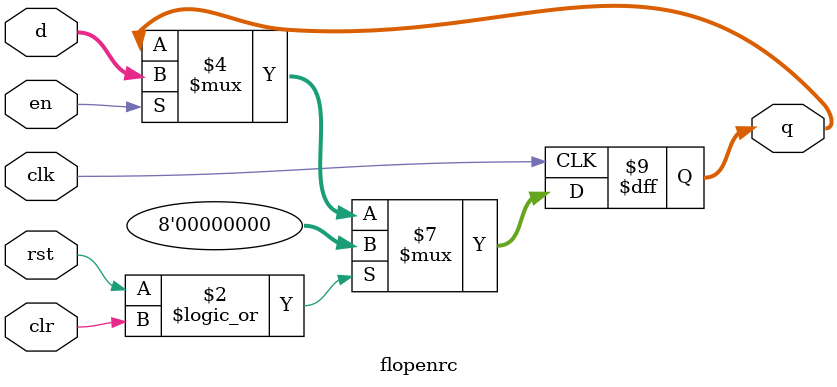
<source format=v>
`timescale 1ns / 1ps


module flopenrc #(parameter WIDTH = 8)(
input wire clk,rst,en,clr,
input wire[WIDTH-1:0] d,
output reg[WIDTH-1:0] q
    );
always @(posedge clk) 
    if(rst || clr)
        q <= 0;
    else if(en)
        q <= d;
    else
        q <= q;
    
endmodule

</source>
